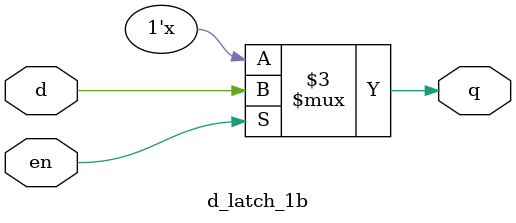
<source format=v>

module d_latch_1b (
    input wire d, 
    input wire en,
    output reg q

);

always @ (en or d) begin // Triggered by changes in enable or data input (Sensitivity list)
    if (en) begin
        q <= d; // If enable is high, output follows input
    end

    else begin
        q <= q; // If enable is low, output holds its value
    end 

end

endmodule
</source>
